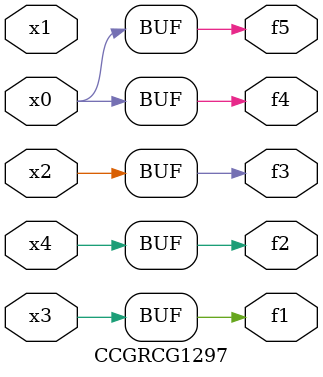
<source format=v>
module CCGRCG1297(
	input x0, x1, x2, x3, x4,
	output f1, f2, f3, f4, f5
);
	assign f1 = x3;
	assign f2 = x4;
	assign f3 = x2;
	assign f4 = x0;
	assign f5 = x0;
endmodule

</source>
